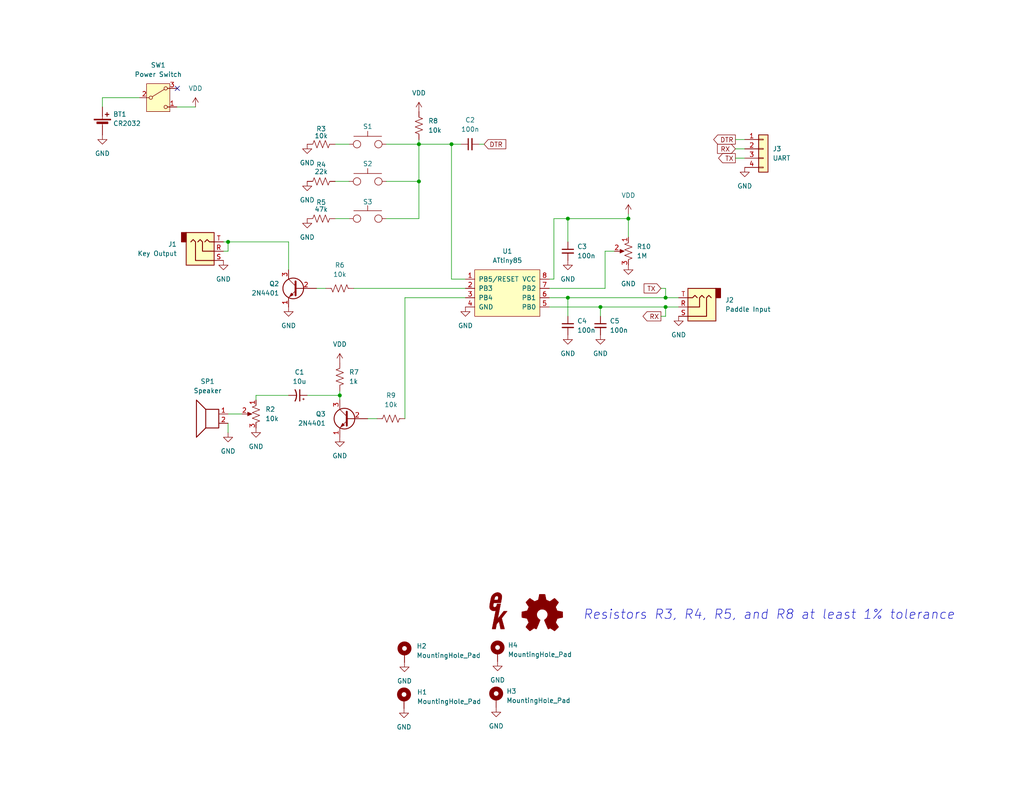
<source format=kicad_sch>
(kicad_sch (version 20231120) (generator "eeschema") (generator_version "8.0")
  (paper "USLetter")
  (title_block (title "EtherKeyer Mini") (date "2024-05-28") (rev "B") (company "Etherkit LLC"))
  (lib_symbols
    (symbol "Connector_Audio:AudioJack3"
      (property "Reference" "J" (at 0 8.89 0))
      (property "Value" "AudioJack3" (at 0 6.35 0))
      (symbol "AudioJack3_0_1"
        (rectangle (start -5.08 -5.08) (end -6.35 -2.54) (stroke (width 0.254)) (fill (type outline)))
        (polyline (pts (xy 0 -2.54) (xy 0.635 -3.175) (xy 1.27 -2.54) (xy 2.54 -2.54)) (stroke (width 0.254)))
        (polyline (pts (xy -1.905 -2.54) (xy -1.27 -3.175) (xy -0.635 -2.54) (xy -0.635 0) (xy 2.54 0)) (stroke (width 0.254)))
        (polyline (pts (xy 2.54 2.54) (xy -2.54 2.54) (xy -2.54 -2.54) (xy -3.175 -3.175) (xy -3.81 -2.54)) (stroke (width 0.254)))
        (rectangle (start 2.54 3.81) (end -5.08 -5.08) (stroke (width 0.254)) (fill (type background)))
      )
      (symbol "AudioJack3_1_1"
        (pin passive line (at 5.08 0 180) (length 2.54) (name "~") (number "R"))
        (pin passive line (at 5.08 2.54 180) (length 2.54) (name "~") (number "S"))
        (pin passive line (at 5.08 -2.54 180) (length 2.54) (name "~") (number "T"))
      )
    )
    (symbol "Connector_Generic:Conn_01x04" (pin_names (offset 1.016) hide)
      (property "Reference" "J" (at 0 5.08 0))
      (property "Value" "Conn_01x04" (at 0 -7.62 0))
      (symbol "Conn_01x04_1_1"
        (rectangle (start -1.27 -4.953) (end 0 -5.207) (stroke (width 0.1524)))
        (rectangle (start -1.27 -2.413) (end 0 -2.667) (stroke (width 0.1524)))
        (rectangle (start -1.27 0.127) (end 0 -0.127) (stroke (width 0.1524)))
        (rectangle (start -1.27 2.667) (end 0 2.413) (stroke (width 0.1524)))
        (rectangle (start -1.27 3.81) (end 1.27 -6.35) (stroke (width 0.254)) (fill (type background)))
        (pin passive line (at -5.08 2.54 0) (length 3.81) (name "Pin_1") (number "1"))
        (pin passive line (at -5.08 0 0) (length 3.81) (name "Pin_2") (number "2"))
        (pin passive line (at -5.08 -2.54 0) (length 3.81) (name "Pin_3") (number "3"))
        (pin passive line (at -5.08 -5.08 0) (length 3.81) (name "Pin_4") (number "4"))
      )
    )
    (symbol "Device:Battery_Cell" (pin_numbers hide) (pin_names (offset 0) hide)
      (property "Reference" "BT" (at 2.54 2.54 0))
      (property "Value" "Battery_Cell" (at 2.54 0 0))
      (symbol "Battery_Cell_0_1"
        (rectangle (start -2.286 1.778) (end 2.286 1.524) (fill (type outline)))
        (rectangle (start -1.524 1.016) (end 1.524 0.508) (fill (type outline)))
        (polyline (pts (xy 0 0.762) (xy 0 0)))
        (polyline (pts (xy 0 1.778) (xy 0 2.54)))
        (polyline (pts (xy 0.762 3.048) (xy 1.778 3.048)) (stroke (width 0.254)))
        (polyline (pts (xy 1.27 3.556) (xy 1.27 2.54)) (stroke (width 0.254)))
      )
      (symbol "Battery_Cell_1_1"
        (pin passive line (at 0 5.08 270) (length 2.54) (name "+") (number "1"))
        (pin passive line (at 0 -2.54 90) (length 2.54) (name "-") (number "2"))
      )
    )
    (symbol "Device:C_Polarized_Small_US" (pin_numbers hide) (pin_names (offset 0.254) hide)
      (property "Reference" "C" (at 0.254 1.778 0))
      (property "Value" "C_Polarized_Small_US" (at 0.254 -2.032 0))
      (symbol "C_Polarized_Small_US_0_1"
        (polyline (pts (xy -1.524 0.508) (xy 1.524 0.508)) (stroke (width 0.3048)))
        (polyline (pts (xy -1.27 1.524) (xy -0.762 1.524)))
        (polyline (pts (xy -1.016 1.27) (xy -1.016 1.778)))
        (arc (start 1.524 -0.762) (mid 0 -0.3734) (end -1.524 -0.762) (stroke (width 0.3048)))
      )
      (symbol "C_Polarized_Small_US_1_1"
        (pin passive line (at 0 2.54 270) (length 2.032) (name "~") (number "1"))
        (pin passive line (at 0 -2.54 90) (length 2.032) (name "~") (number "2"))
      )
    )
    (symbol "Device:C_Small" (pin_numbers hide) (pin_names (offset 0.254) hide)
      (property "Reference" "C" (at 0.254 1.778 0))
      (property "Value" "C_Small" (at 0.254 -2.032 0))
      (symbol "C_Small_0_1"
        (polyline (pts (xy -1.524 -0.508) (xy 1.524 -0.508)) (stroke (width 0.3302)))
        (polyline (pts (xy -1.524 0.508) (xy 1.524 0.508)) (stroke (width 0.3048)))
      )
      (symbol "C_Small_1_1"
        (pin passive line (at 0 2.54 270) (length 2.032) (name "~") (number "1"))
        (pin passive line (at 0 -2.54 90) (length 2.032) (name "~") (number "2"))
      )
    )
    (symbol "Device:Q_NPN_EBC" (pin_names (offset 0) hide)
      (property "Reference" "Q" (at 5.08 1.27 0))
      (property "Value" "Q_NPN_EBC" (at 5.08 -1.27 0))
      (symbol "Q_NPN_EBC_0_1"
        (polyline (pts (xy 0.635 0.635) (xy 2.54 2.54)))
        (polyline (pts (xy 0.635 -0.635) (xy 2.54 -2.54) (xy 2.54 -2.54)))
        (polyline (pts (xy 0.635 1.905) (xy 0.635 -1.905) (xy 0.635 -1.905)) (stroke (width 0.508)))
        (polyline (pts (xy 1.27 -1.778) (xy 1.778 -1.27) (xy 2.286 -2.286) (xy 1.27 -1.778) (xy 1.27 -1.778)) (fill (type outline)))
        (circle (center 1.27 0) (radius 2.8194) (stroke (width 0.254)))
      )
      (symbol "Q_NPN_EBC_1_1"
        (pin passive line (at 2.54 -5.08 90) (length 2.54) (name "E") (number "1"))
        (pin passive line (at -5.08 0 0) (length 5.715) (name "B") (number "2"))
        (pin passive line (at 2.54 5.08 270) (length 2.54) (name "C") (number "3"))
      )
    )
    (symbol "Device:R_Potentiometer_US" (pin_names (offset 1.016) hide)
      (property "Reference" "RV" (at -4.445 0 90))
      (property "Value" "R_Potentiometer_US" (at -2.54 0 90))
      (symbol "R_Potentiometer_US_0_1"
        (polyline (pts (xy 0 -2.286) (xy 0 -2.54)))
        (polyline (pts (xy 0 2.54) (xy 0 2.286)))
        (polyline (pts (xy 2.54 0) (xy 1.524 0)))
        (polyline (pts (xy 1.143 0) (xy 2.286 0.508) (xy 2.286 -0.508) (xy 1.143 0)) (fill (type outline)))
        (polyline (pts (xy 0 -0.762) (xy 1.016 -1.143) (xy 0 -1.524) (xy -1.016 -1.905) (xy 0 -2.286)))
        (polyline (pts (xy 0 0.762) (xy 1.016 0.381) (xy 0 0) (xy -1.016 -0.381) (xy 0 -0.762)))
        (polyline (pts (xy 0 2.286) (xy 1.016 1.905) (xy 0 1.524) (xy -1.016 1.143) (xy 0 0.762)))
      )
      (symbol "R_Potentiometer_US_1_1"
        (pin passive line (at 0 3.81 270) (length 1.27) (name "1") (number "1"))
        (pin passive line (at 3.81 0 180) (length 1.27) (name "2") (number "2"))
        (pin passive line (at 0 -3.81 90) (length 1.27) (name "3") (number "3"))
      )
    )
    (symbol "Device:R_US" (pin_numbers hide) (pin_names (offset 0))
      (property "Reference" "R" (at 2.54 0 90))
      (property "Value" "R_US" (at -2.54 0 90))
      (symbol "R_US_0_1"
        (polyline (pts (xy 0 -2.286) (xy 0 -2.54)))
        (polyline (pts (xy 0 2.286) (xy 0 2.54)))
        (polyline (pts (xy 0 -0.762) (xy 1.016 -1.143) (xy 0 -1.524) (xy -1.016 -1.905) (xy 0 -2.286)))
        (polyline (pts (xy 0 0.762) (xy 1.016 0.381) (xy 0 0) (xy -1.016 -0.381) (xy 0 -0.762)))
        (polyline (pts (xy 0 2.286) (xy 1.016 1.905) (xy 0 1.524) (xy -1.016 1.143) (xy 0 0.762)))
      )
      (symbol "R_US_1_1"
        (pin passive line (at 0 3.81 270) (length 1.27) (name "~") (number "1"))
        (pin passive line (at 0 -3.81 90) (length 1.27) (name "~") (number "2"))
      )
    )
    (symbol "Device:Speaker" (pin_names (offset 0) hide)
      (property "Reference" "LS" (at 1.27 5.715 0))
      (property "Value" "Speaker" (at 1.27 3.81 0))
      (symbol "Speaker_0_0"
        (rectangle (start -2.54 1.27) (end 1.016 -3.81) (stroke (width 0.254)))
        (polyline (pts (xy 1.016 1.27) (xy 3.556 3.81) (xy 3.556 -6.35) (xy 1.016 -3.81)) (stroke (width 0.254)))
      )
      (symbol "Speaker_1_1"
        (pin input line (at -5.08 0 0) (length 2.54) (name "1") (number "1"))
        (pin input line (at -5.08 -2.54 0) (length 2.54) (name "2") (number "2"))
      )
    )
    (symbol "EtherkitKicadLibrary:ATtiny85" (pin_names (offset 1.016))
      (property "Reference" "U1" (at 0 11.43 0))
      (property "Value" "ATtiny85" (at 0 8.89 0))
      (symbol "ATtiny85_1_0"
        (rectangle (start -8.89 6.35) (end 8.89 -6.35) (fill (type background)))
      )
      (symbol "ATtiny85_1_1"
        (pin bidirectional line (at -11.43 3.81 0) (length 2.54) (name "PB5/RESET") (number "1"))
        (pin bidirectional line (at -11.43 1.27 0) (length 2.54) (name "PB3") (number "2"))
        (pin bidirectional line (at -11.43 -1.27 0) (length 2.54) (name "PB4") (number "3"))
        (pin power_in line (at -11.43 -3.81 0) (length 2.54) (name "GND") (number "4"))
        (pin bidirectional line (at 11.43 -3.81 180) (length 2.54) (name "PB0") (number "5"))
        (pin bidirectional line (at 11.43 -1.27 180) (length 2.54) (name "PB1") (number "6"))
        (pin bidirectional line (at 11.43 1.27 180) (length 2.54) (name "PB2") (number "7"))
        (pin power_in line (at 11.43 3.81 180) (length 2.54) (name "VCC") (number "8"))
      )
    )
    (symbol "EtherkitKicadLibrary:LOGO" (pin_names (offset 1.016))
      (symbol "LOGO_0_0"
        (polyline (pts (xy -0.7475 -4.875) (xy -0.7392 -4.83) (xy -0.7178 -4.7189) (xy -0.6879 -4.5659) (xy -0.6523 -4.3851) (xy -0.6135 -4.1903) (xy -0.5018 -3.6307) (xy -0.197 -3.2903) (xy -0.1646 -3.2542) (xy -0.0551 -3.1338) (xy 0.0366 -3.0352) (xy 0.1017 -2.9677) (xy 0.1315 -2.9408) (xy 0.1365 -2.9489) (xy 0.155 -3.0102) (xy 0.1838 -3.125) (xy 0.2211 -3.2856) (xy 0.2651 -3.4844) (xy 0.3142 -3.7137) (xy 0.3664 -3.9658) (xy 0.5778 -5) (xy 1.1222 -5) (xy 1.2378 -4.9996) (xy 1.4316 -4.9961) (xy 1.5649 -4.989) (xy 1.6419 -4.9777) (xy 1.6666 -4.9622) (xy 1.663 -4.9437) (xy 1.6438 -4.8666) (xy 1.6098 -4.7364) (xy 1.5628 -4.5598) (xy 1.5046 -4.3435) (xy 1.437 -4.0944) (xy 1.3618 -3.8192) (xy 1.2809 -3.5246) (xy 1.2287 -3.3348) (xy 1.1509 -3.0506) (xy 1.0799 -2.7894) (xy 1.0175 -2.5581) (xy 0.9656 -2.3637) (xy 0.926 -2.2129) (xy 0.9005 -2.1127) (xy 0.891 -2.0698) (xy 0.9054 -2.0396) (xy 0.9573 -1.9618) (xy 1.0423 -1.844) (xy 1.1559 -1.6925) (xy 1.2932 -1.5137) (xy 1.4495 -1.3137) (xy 1.6201 -1.099) (xy 1.7685 -0.9135) (xy 1.9293 -0.7119) (xy 2.0731 -0.5312) (xy 2.1948 -0.3776) (xy 2.2896 -0.2573) (xy 2.3525 -0.1766) (xy 2.3786 -0.1416) (xy 2.3787 -0.1415) (xy 2.3748 -0.1247) (xy 2.3346 -0.1129) (xy 2.2506 -0.1052) (xy 2.1151 -0.1012) (xy 1.9205 -0.1) (xy 1.4372 -0.1) (xy 0.6284 -1.132) (xy 0.5759 -1.1989) (xy 0.4011 -1.4209) (xy 0.2406 -1.6235) (xy 0.0987 -1.8012) (xy -0.02 -1.9484) (xy -0.1111 -2.0596) (xy -0.1701 -2.1292) (xy -0.1926 -2.1518) (xy -0.1923 -2.147) (xy -0.1832 -2.0918) (xy -0.1629 -1.9807) (xy -0.1327 -1.8203) (xy -0.0939 -1.6176) (xy -0.048 -1.3794) (xy 0.0038 -1.1127) (xy 0.0601 -0.8241) (xy 0.1194 -0.5207) (xy 0.1806 -0.2092) (xy 0.2422 0.1034) (xy 0.303 0.4104) (xy 0.3614 0.7049) (xy 0.4163 0.98) (xy 0.4662 1.2289) (xy 0.5098 1.4447) (xy 0.5457 1.6206) (xy 0.5727 1.7496) (xy 0.5893 1.825) (xy 0.6072 1.9) (xy 0.1073 1.9) (xy -0.3925 1.9) (xy -0.4342 1.675) (xy -0.499 1.4316) (xy -0.6002 1.2291) (xy -0.7342 1.0838) (xy -0.9006 0.9961) (xy -1.0987 0.9667) (xy -1.1609 0.974) (xy -1.2874 1.0299) (xy -1.3917 1.1269) (xy -1.4526 1.2482) (xy -1.4564 1.2857) (xy -1.4504 1.3934) (xy -1.4298 1.5453) (xy -1.3961 1.7283) (xy -1.3167 2.1167) (xy -0.3327 2.1255) (xy 0.6514 2.1344) (xy 0.7958 2.8849) (xy 0.8025 2.9198) (xy 0.8589 3.2262) (xy 0.8991 3.4782) (xy 0.9233 3.6852) (xy 0.9317 3.8567) (xy 0.9241 4.0019) (xy 0.9007 4.1304) (xy 0.8616 4.2514) (xy 0.8069 4.3744) (xy 0.7638 4.4545) (xy 0.6047 4.6644) (xy 0.4032 4.823) (xy 0.1589 4.9308) (xy -0.1287 4.9878) (xy -0.1579 4.9905) (xy -0.4377 4.9806) (xy -0.7232 4.9128) (xy -1.0046 4.7932) (xy -1.272 4.6277) (xy -1.5155 4.4223) (xy -1.7252 4.183) (xy -1.8913 3.9159) (xy -1.9165 3.8634) (xy -1.9482 3.787) (xy -1.9792 3.6966) (xy -2.0114 3.5851) (xy -2.0466 3.4449) (xy -2.0866 3.2687) (xy -2.1333 3.049) (xy -2.1498 2.968) (xy -1.1571 2.968) (xy -1.1549 2.9908) (xy -1.1525 2.9998) (xy -1.1352 3.0719) (xy -1.1099 3.1842) (xy -1.0812 3.3167) (xy -1.0754 3.3437) (xy -1.0195 3.5554) (xy -0.9547 3.7135) (xy -0.875 3.8295) (xy -0.7744 3.9152) (xy -0.6845 3.9662) (xy -0.5192 4.019) (xy -0.3652 4.0182) (xy -0.2331 3.9646) (xy -0.1335 3.8592) (xy -0.1289 3.8513) (xy -0.0862 3.7421) (xy -0.0719 3.6042) (xy -0.086 3.427) (xy -0.1282 3.2) (xy -0.1834 2.95) (xy -0.6776 2.9408) (xy -0.721 2.94) (xy -0.8996 2.9375) (xy -1.023 2.938) (xy -1.1007 2.9426) (xy -1.1422 2.9523) (xy -1.1571 2.968) (xy -2.1498 2.968) (xy -2.1885 2.7786) (xy -2.254 2.45) (xy -2.2784 2.3256) (xy -2.3436 1.9784) (xy -2.393 1.6859) (xy -2.4271 1.4409) (xy -2.4464 1.2359) (xy -2.4514 1.0636) (xy -2.4429 0.9165) (xy -2.4212 0.7874) (xy -2.3869 0.6687) (xy -2.3194 0.5275) (xy -2.1842 0.3503) (xy -2.0088 0.1938) (xy -1.8079 0.073) (xy -1.7593 0.0508) (xy -1.6803 0.0201) (xy -1.6007 0.0004) (xy -1.504 -0.0106) (xy -1.3737 -0.0155) (xy -1.1932 -0.0166) (xy -1.0296 -0.017) (xy -0.908 -0.0195) (xy -0.8331 -0.0256) (xy -0.7946 -0.0372) (xy -0.7822 -0.0558) (xy -0.7855 -0.0833) (xy -0.7943 -0.1252) (xy -0.8147 -0.2255) (xy -0.8455 -0.3779) (xy -0.8854 -0.5764) (xy -0.9333 -0.8146) (xy -0.9878 -1.0864) (xy -1.0478 -1.3857) (xy -1.112 -1.7062) (xy -1.1792 -2.0418) (xy -1.2481 -2.3862) (xy -1.3175 -2.7333) (xy -1.3861 -3.0769) (xy -1.4528 -3.4108) (xy -1.5163 -3.7289) (xy -1.5753 -4.0248) (xy -1.6286 -4.2926) (xy -1.675 -4.5259) (xy -1.7133 -4.7185) (xy -1.7422 -4.8644) (xy -1.7604 -4.9573) (xy -1.7667 -4.991) (xy -1.7588 -4.9926) (xy -1.6988 -4.9955) (xy -1.5893 -4.9978) (xy -1.442 -4.9994) (xy -1.2682 -5) (xy -0.7697 -5) (xy -0.7475 -4.875)) (stroke (width 0.01)) (fill (type outline)))
      )
    )
    (symbol "EtherkitKicadLibrary:PUSHBUTTON" (pin_numbers hide) (pin_names (offset 1.016) hide)
      (property "Reference" "S" (at 0 -2.921 0))
      (property "Value" "PUSHBUTTON" (at 0.127 -5.461 0))
      (symbol "PUSHBUTTON_0_1"
        (circle (center -2.921 0) (radius 1.016))
        (polyline (pts (xy -3.81 2.159) (xy 3.81 2.159)))
        (polyline (pts (xy 0 2.159) (xy 0 3.556)))
        (circle (center 2.921 0) (radius 1.016))
      )
      (symbol "PUSHBUTTON_1_1"
        (pin passive line (at -5.08 0 0) (length 1.143) (name "1") (number "1"))
        (pin passive line (at 5.08 0 180) (length 1.143) (name "2") (number "2"))
      )
    )
    (symbol "Graphic:Logo_Open_Hardware_Small" (in_bom no) (on_board no)
      (symbol "Logo_Open_Hardware_Small_0_1"
        (polyline (pts (xy 3.3528 -4.3434) (xy 3.302 -4.318) (xy 3.175 -4.2418) (xy 2.9972 -4.1148) (xy 2.7686 -3.9624) (xy 2.54 -3.81) (xy 2.3622 -3.7084) (xy 2.2352 -3.6068) (xy 2.1844 -3.5814) (xy 2.159 -3.6068) (xy 2.0574 -3.6576) (xy 1.905 -3.7338) (xy 1.8034 -3.7846) (xy 1.6764 -3.8354) (xy 1.6002 -3.8354) (xy 1.6002 -3.8354) (xy 1.5494 -3.7338) (xy 1.4732 -3.5306) (xy 1.3462 -3.302) (xy 1.2446 -3.0226) (xy 1.1176 -2.7178) (xy 0.9652 -2.413) (xy 0.8636 -2.1082) (xy 0.7366 -1.8288) (xy 0.6604 -1.6256) (xy 0.6096 -1.4732) (xy 0.5842 -1.397) (xy 0.5842 -1.397) (xy 0.6604 -1.3208) (xy 0.7874 -1.2446) (xy 1.0414 -1.016) (xy 1.2954 -0.6858) (xy 1.4478 -0.3302) (xy 1.524 0.0762) (xy 1.4732 0.4572) (xy 1.3208 0.8128) (xy 1.0668 1.143) (xy 0.762 1.3716) (xy 0.4064 1.524) (xy 0 1.5748) (xy -0.381 1.5494) (xy -0.7366 1.397) (xy -1.0668 1.143) (xy -1.2192 0.9906) (xy -1.397 0.6604) (xy -1.524 0.3048) (xy -1.524 0.2286) (xy -1.4986 -0.1778) (xy -1.397 -0.5334) (xy -1.1938 -0.8636) (xy -0.9144 -1.143) (xy -0.8636 -1.1684) (xy -0.7366 -1.27) (xy -0.635 -1.3462) (xy -0.5842 -1.397) (xy -1.0668 -2.5908) (xy -1.143 -2.794) (xy -1.2954 -3.1242) (xy -1.397 -3.4036) (xy -1.4986 -3.6322) (xy -1.5748 -3.7846) (xy -1.6002 -3.8354) (xy -1.6002 -3.8354) (xy -1.651 -3.8354) (xy -1.7272 -3.81) (xy -1.905 -3.7338) (xy -2.0066 -3.683) (xy -2.1336 -3.6068) (xy -2.2098 -3.5814) (xy -2.2606 -3.6068) (xy -2.3622 -3.683) (xy -2.54 -3.81) (xy -2.7686 -3.9624) (xy -2.9718 -4.0894) (xy -3.1496 -4.2164) (xy -3.302 -4.318) (xy -3.3528 -4.3434) (xy -3.3782 -4.3434) (xy -3.429 -4.318) (xy -3.5306 -4.2164) (xy -3.7084 -4.064) (xy -3.937 -3.8354) (xy -3.9624 -3.81) (xy -4.1656 -3.6068) (xy -4.318 -3.4544) (xy -4.4196 -3.3274) (xy -4.445 -3.2766) (xy -4.445 -3.2766) (xy -4.4196 -3.2258) (xy -4.318 -3.0734) (xy -4.2164 -2.8956) (xy -4.064 -2.667) (xy -3.6576 -2.0828) (xy -3.8862 -1.5494) (xy -3.937 -1.3716) (xy -4.0386 -1.1684) (xy -4.0894 -1.0414) (xy -4.1148 -0.9652) (xy -4.191 -0.9398) (xy -4.318 -0.9144) (xy -4.5466 -0.8636) (xy -4.8006 -0.8128) (xy -5.0546 -0.7874) (xy -5.2578 -0.7366) (xy -5.4356 -0.7112) (xy -5.5118 -0.6858) (xy -5.5118 -0.6858) (xy -5.5372 -0.635) (xy -5.5372 -0.5588) (xy -5.5372 -0.4318) (xy -5.5626 -0.2286) (xy -5.5626 0.0762) (xy -5.5626 0.127) (xy -5.5372 0.4064) (xy -5.5372 0.635) (xy -5.5372 0.762) (xy -5.5372 0.8382) (xy -5.5372 0.8382) (xy -5.461 0.8382) (xy -5.3086 0.889) (xy -5.08 0.9144) (xy -4.826 0.9652) (xy -4.8006 0.9906) (xy -4.5466 1.0414) (xy -4.318 1.0668) (xy -4.1656 1.1176) (xy -4.0894 1.143) (xy -4.0894 1.143) (xy -4.0386 1.2446) (xy -3.9624 1.4224) (xy -3.8608 1.6256) (xy -3.7846 1.8288) (xy -3.7084 2.0066) (xy -3.6576 2.159) (xy -3.6322 2.2098) (xy -3.6322 2.2098) (xy -3.683 2.286) (xy -3.7592 2.413) (xy -3.8862 2.5908) (xy -4.064 2.8194) (xy -4.064 2.8448) (xy -4.2164 3.0734) (xy -4.3434 3.2512) (xy -4.4196 3.3782) (xy -4.445 3.4544) (xy -4.445 3.4544) (xy -4.3942 3.5052) (xy -4.2926 3.6322) (xy -4.1148 3.81) (xy -3.937 4.0132) (xy -3.8608 4.064) (xy -3.6576 4.2926) (xy -3.5052 4.4196) (xy -3.4036 4.4958) (xy -3.3528 4.5212) (xy -3.3528 4.5212) (xy -3.302 4.4704) (xy -3.1496 4.3688) (xy -2.9718 4.2418) (xy -2.7432 4.0894) (xy -2.7178 4.0894) (xy -2.4892 3.937) (xy -2.3114 3.81) (xy -2.1844 3.7084) (xy -2.1336 3.683) (xy -2.1082 3.683) (xy -2.032 3.7084) (xy -1.8542 3.7592) (xy -1.6764 3.8354) (xy -1.4732 3.937) (xy -1.27 4.0132) (xy -1.143 4.064) (xy -1.0668 4.1148) (xy -1.0668 4.1148) (xy -1.0414 4.191) (xy -1.016 4.3434) (xy -0.9652 4.572) (xy -0.9144 4.8514) (xy -0.889 4.9022) (xy -0.8382 5.1562) (xy -0.8128 5.3848) (xy -0.7874 5.5372) (xy -0.762 5.588) (xy -0.7112 5.6134) (xy -0.5842 5.6134) (xy -0.4064 5.6134) (xy -0.1524 5.6134) (xy 0.0762 5.6134) (xy 0.3302 5.6134) (xy 0.5334 5.6134) (xy 0.6858 5.588) (xy 0.7366 5.588) (xy 0.7366 5.588) (xy 0.762 5.5118) (xy 0.8128 5.334) (xy 0.8382 5.1054) (xy 0.9144 4.826) (xy 0.9144 4.7752) (xy 0.9652 4.5212) (xy 1.016 4.2926) (xy 1.0414 4.1402) (xy 1.0668 4.0894) (xy 1.0668 4.0894) (xy 1.1938 4.0386) (xy 1.3716 3.9624) (xy 1.5748 3.8608) (xy 2.0828 3.6576) (xy 2.7178 4.0894) (xy 2.7686 4.1402) (xy 2.9972 4.2926) (xy 3.175 4.4196) (xy 3.302 4.4958) (xy 3.3782 4.5212) (xy 3.3782 4.5212) (xy 3.429 4.4704) (xy 3.556 4.3434) (xy 3.7338 4.191) (xy 3.9116 3.9878) (xy 4.064 3.8354) (xy 4.2418 3.6576) (xy 4.3434 3.556) (xy 4.4196 3.4798) (xy 4.4196 3.429) (xy 4.4196 3.4036) (xy 4.3942 3.3274) (xy 4.2926 3.2004) (xy 4.1656 2.9972) (xy 4.0132 2.794) (xy 3.8862 2.5908) (xy 3.7592 2.3876) (xy 3.6576 2.2352) (xy 3.6322 2.159) (xy 3.6322 2.1336) (xy 3.683 2.0066) (xy 3.7592 1.8288) (xy 3.8608 1.6002) (xy 4.064 1.1176) (xy 4.3942 1.0414) (xy 4.5974 1.016) (xy 4.8768 0.9652) (xy 5.1308 0.9144) (xy 5.5372 0.8382) (xy 5.5626 -0.6604) (xy 5.4864 -0.6858) (xy 5.4356 -0.6858) (xy 5.2832 -0.7366) (xy 5.0546 -0.762) (xy 4.8006 -0.8128) (xy 4.5974 -0.8636) (xy 4.3688 -0.9144) (xy 4.2164 -0.9398) (xy 4.1402 -0.9398) (xy 4.1148 -0.9652) (xy 4.064 -1.0668) (xy 3.9878 -1.2446) (xy 3.9116 -1.4478) (xy 3.81 -1.651) (xy 3.7338 -1.8542) (xy 3.683 -2.0066) (xy 3.6576 -2.0828) (xy 3.683 -2.1336) (xy 3.7846 -2.2606) (xy 3.8862 -2.4638) (xy 4.0386 -2.667) (xy 4.191 -2.8956) (xy 4.318 -3.0734) (xy 4.3942 -3.2004) (xy 4.445 -3.2766) (xy 4.4196 -3.3274) (xy 4.3434 -3.429) (xy 4.1656 -3.5814) (xy 3.937 -3.8354) (xy 3.8862 -3.8608) (xy 3.683 -4.064) (xy 3.5306 -4.2164) (xy 3.4036 -4.318) (xy 3.3528 -4.3434)) (fill (type outline)))
      )
    )
    (symbol "Mechanical:MountingHole_Pad" (pin_numbers hide) (pin_names (offset 1.016) hide)
      (property "Reference" "H" (at 0 6.35 0))
      (property "Value" "MountingHole_Pad" (at 0 4.445 0))
      (symbol "MountingHole_Pad_0_1"
        (circle (center 0 1.27) (radius 1.27) (stroke (width 1.27)))
      )
      (symbol "MountingHole_Pad_1_1"
        (pin input line (at 0 -2.54 90) (length 2.54) (name "1") (number "1"))
      )
    )
    (symbol "Switch:SW_SPDT_321" (pin_names (offset 1) hide)
      (property "Reference" "SW" (at 0 5.08 0))
      (property "Value" "SW_SPDT_321" (at 0 -5.08 0))
      (symbol "SW_SPDT_321_0_1"
        (circle (center -2.032 0) (radius 0.4572))
        (polyline (pts (xy -1.651 0.254) (xy 1.651 2.286)))
        (circle (center 2.032 -2.54) (radius 0.4572))
        (circle (center 2.032 2.54) (radius 0.4572))
      )
      (symbol "SW_SPDT_321_1_1"
        (rectangle (start -3.175 3.81) (end 3.175 -3.81) (fill (type background)))
        (pin passive line (at 5.08 -2.54 180) (length 2.54) (name "C") (number "1"))
        (pin passive line (at -5.08 0 0) (length 2.54) (name "B") (number "2"))
        (pin passive line (at 5.08 2.54 180) (length 2.54) (name "A") (number "3"))
      )
    )
    (symbol "power:GND" (power) (pin_names (offset 0))
      (property "Value" "GND" (at 0 -3.81 0))
      (symbol "GND_0_1"
        (polyline (pts (xy 0 0) (xy 0 -1.27) (xy 1.27 -1.27) (xy 0 -2.54) (xy -1.27 -1.27) (xy 0 -1.27)))
      )
      (symbol "GND_1_1"
        (pin power_in line (at 0 0 270) (length 0) hide (name "GND") (number "1"))
      )
    )
    (symbol "power:VDD" (power) (pin_names (offset 0))
      (property "Value" "VDD" (at 0 3.81 0))
      (symbol "VDD_0_1"
        (polyline (pts (xy -0.762 1.27) (xy 0 2.54)))
        (polyline (pts (xy 0 0) (xy 0 2.54)))
        (polyline (pts (xy 0 2.54) (xy 0.762 1.27)))
      )
      (symbol "VDD_1_1"
        (pin power_in line (at 0 0 90) (length 0) hide (name "VDD") (number "1"))
      )
    )
  )
  (junction (at 92.71 107.95))
  (junction (at 123.19 39.37))
  (junction (at 114.3 39.37))
  (junction (at 154.94 59.69))
  (junction (at 163.83 83.82))
  (junction (at 62.23 66.04))
  (junction (at 181.61 83.82))
  (junction (at 171.45 59.69))
  (junction (at 181.61 81.28))
  (junction (at 114.3 49.53))
  (junction (at 154.94 81.28))
  (no_connect (at 48.387 24.13))
  (wire (pts (xy 181.61 86.36) (xy 181.61 83.82)))
  (wire (pts (xy 171.45 59.69) (xy 171.45 64.77)))
  (wire (pts (xy 114.3 49.53) (xy 114.3 59.69)))
  (wire (pts (xy 91.44 59.69) (xy 95.25 59.69)))
  (wire (pts (xy 92.71 107.95) (xy 83.82 107.95)))
  (wire (pts (xy 181.61 83.82) (xy 185.166 83.82)))
  (wire (pts (xy 200.66 40.64) (xy 203.2 40.64)))
  (wire (pts (xy 38.1 26.67) (xy 27.94 26.67)))
  (wire (pts (xy 78.74 66.04) (xy 78.74 73.66)))
  (wire (pts (xy 91.44 39.37) (xy 95.25 39.37)))
  (wire (pts (xy 123.19 76.2) (xy 123.19 39.37)))
  (wire (pts (xy 60.96 68.58) (xy 62.23 68.58)))
  (wire (pts (xy 163.83 83.82) (xy 181.61 83.82)))
  (wire (pts (xy 163.83 83.82) (xy 163.83 86.36)))
  (wire (pts (xy 105.41 49.53) (xy 114.3 49.53)))
  (wire (pts (xy 151.13 76.2) (xy 151.13 59.69)))
  (wire (pts (xy 151.13 59.69) (xy 154.94 59.69)))
  (wire (pts (xy 96.52 78.74) (xy 127 78.74)))
  (wire (pts (xy 114.3 38.1) (xy 114.3 39.37)))
  (wire (pts (xy 171.45 58.42) (xy 171.45 59.69)))
  (wire (pts (xy 62.23 113.03) (xy 66.04 113.03)))
  (wire (pts (xy 180.34 86.36) (xy 181.61 86.36)))
  (wire (pts (xy 165.1 78.74) (xy 149.86 78.74)))
  (wire (pts (xy 149.86 76.2) (xy 151.13 76.2)))
  (wire (pts (xy 86.36 78.74) (xy 88.9 78.74)))
  (wire (pts (xy 91.44 49.53) (xy 95.25 49.53)))
  (wire (pts (xy 60.96 66.04) (xy 62.23 66.04)))
  (wire (pts (xy 200.66 43.18) (xy 203.2 43.18)))
  (wire (pts (xy 69.85 107.95) (xy 78.74 107.95)))
  (wire (pts (xy 110.49 81.28) (xy 127 81.28)))
  (wire (pts (xy 92.71 106.68) (xy 92.71 107.95)))
  (wire (pts (xy 154.94 59.69) (xy 154.94 66.04)))
  (wire (pts (xy 165.1 68.58) (xy 165.1 78.74)))
  (wire (pts (xy 167.64 68.58) (xy 165.1 68.58)))
  (wire (pts (xy 105.41 59.69) (xy 114.3 59.69)))
  (wire (pts (xy 154.94 59.69) (xy 171.45 59.69)))
  (wire (pts (xy 127 76.2) (xy 123.19 76.2)))
  (wire (pts (xy 149.86 83.82) (xy 163.83 83.82)))
  (wire (pts (xy 105.41 39.37) (xy 114.3 39.37)))
  (wire (pts (xy 154.94 81.28) (xy 154.94 86.36)))
  (wire (pts (xy 27.94 26.67) (xy 27.94 29.21)))
  (wire (pts (xy 100.33 114.3) (xy 102.87 114.3)))
  (wire (pts (xy 114.3 39.37) (xy 114.3 49.53)))
  (wire (pts (xy 92.71 107.95) (xy 92.71 109.22)))
  (wire (pts (xy 62.23 68.58) (xy 62.23 66.04)))
  (wire (pts (xy 180.34 78.74) (xy 181.61 78.74)))
  (wire (pts (xy 130.81 39.37) (xy 132.08 39.37)))
  (wire (pts (xy 48.26 29.21) (xy 53.34 29.21)))
  (wire (pts (xy 69.85 109.22) (xy 69.85 107.95)))
  (wire (pts (xy 181.61 78.74) (xy 181.61 81.28)))
  (wire (pts (xy 149.86 81.28) (xy 154.94 81.28)))
  (wire (pts (xy 123.19 39.37) (xy 125.73 39.37)))
  (wire (pts (xy 62.23 115.57) (xy 62.23 118.11)))
  (wire (pts (xy 110.49 114.3) (xy 110.49 81.28)))
  (wire (pts (xy 200.66 38.1) (xy 203.2 38.1)))
  (wire (pts (xy 154.94 81.28) (xy 181.61 81.28)))
  (wire (pts (xy 62.23 66.04) (xy 78.74 66.04)))
  (wire (pts (xy 181.61 81.28) (xy 185.166 81.28)))
  (wire (pts (xy 123.19 39.37) (xy 114.3 39.37)))
  (text "Resistors R3, R4, R5, and R8 at least 1% tolerance" (at 260.604 169.418 0) (effects (font (size 2.54 2.54) (italic yes)) (justify right bottom)))
  (global_label "TX" (shape output) (at 200.66 43.18 180) (property "Intersheetrefs" "${INTERSHEET_REFS}" (effects (hide yes))))
  (global_label "TX" (shape input) (at 180.34 78.74 180) (property "Intersheetrefs" "${INTERSHEET_REFS}" (effects (hide yes))))
  (global_label "RX" (shape output) (at 180.34 86.36 180) (property "Intersheetrefs" "${INTERSHEET_REFS}" (effects (hide yes))))
  (global_label "DTR" (shape input) (at 132.08 39.37 0) (property "Intersheetrefs" "${INTERSHEET_REFS}" (effects (hide yes))))
  (global_label "DTR" (shape output) (at 200.66 38.1 180) (property "Intersheetrefs" "${INTERSHEET_REFS}" (effects (hide yes))))
  (global_label "RX" (shape input) (at 200.66 40.64 180) (property "Intersheetrefs" "${INTERSHEET_REFS}" (effects (hide yes))))
  (symbol (lib_id "power:GND") (at 78.74 83.82 0) (mirror y) (unit 1)
    (property "Reference" "#PWR06" (effects (hide yes)))
    (property "Value" "GND" (at 78.74 88.9 0))
  )
  (symbol (lib_id "Device:Speaker") (at 57.15 113.03 0) (mirror y) (unit 1)
    (property "Reference" "SP1" (at 56.642 104.14 0))
    (property "Value" "Speaker" (at 56.642 106.68 0))
    (property "Footprint" "EtherkitKicadLibrary:PUI_AT-1224-TWT-12V-2-R" (effects (hide yes)))
  )
  (symbol (lib_id "power:GND") (at 83.82 49.53 0) (unit 1)
    (property "Reference" "#PWR09" (effects (hide yes)))
    (property "Value" "GND" (at 83.82 54.61 0))
  )
  (symbol (lib_id "power:GND") (at 60.96 71.12 0) (mirror y) (unit 1)
    (property "Reference" "#PWR03" (effects (hide yes)))
    (property "Value" "GND" (at 60.96 76.2 0))
  )
  (symbol (lib_id "power:GND") (at 154.94 91.44 0) (unit 1)
    (property "Reference" "#PWR025" (effects (hide yes)))
    (property "Value" "GND" (at 154.94 96.52 0))
  )
  (symbol (lib_id "Device:R_US") (at 114.3 34.29 0) (unit 1)
    (property "Reference" "R8" (at 116.84 33.02 0) (effects (justify left)))
    (property "Value" "10k" (at 116.84 35.56 0) (effects (justify left)))
    (property "Footprint" "Resistor_THT:R_Axial_DIN0207_L6.3mm_D2.5mm_P2.54mm_Vertical" (effects (hide yes)))
  )
  (symbol (lib_id "Device:R_US") (at 106.68 114.3 90) (unit 1)
    (property "Reference" "R9" (at 106.68 107.95 90))
    (property "Value" "10k" (at 106.68 110.49 90))
    (property "Footprint" "Resistor_THT:R_Axial_DIN0207_L6.3mm_D2.5mm_P2.54mm_Vertical" (effects (hide yes)))
  )
  (symbol (lib_id "Device:Q_NPN_EBC") (at 95.25 114.3 0) (mirror y) (unit 1)
    (property "Reference" "Q3" (at 88.9 113.03 0) (effects (justify left)))
    (property "Value" "2N4401" (at 88.9 115.57 0) (effects (justify left)))
    (property "Footprint" "Package_TO_SOT_THT:TO-92_Inline" (effects (hide yes)))
    (property "Description" "NPN transistor, emitter/base/collector" (effects (hide yes)))
  )
  (symbol (lib_id "Device:R_US") (at 87.63 49.53 90) (unit 1)
    (property "Reference" "R4" (at 87.63 44.958 90))
    (property "Value" "22k" (at 87.63 46.863 90))
    (property "Footprint" "Resistor_THT:R_Axial_DIN0207_L6.3mm_D2.5mm_P2.54mm_Vertical" (effects (hide yes)))
  )
  (symbol (lib_id "Connector_Audio:AudioJack3") (at 190.246 83.82 180) (unit 1)
    (property "Reference" "J2" (at 197.866 81.915 0) (effects (justify right)))
    (property "Value" "Paddle Input" (at 197.866 84.455 0) (effects (justify right)))
    (property "Footprint" "EtherkitKicadLibrary:Kycon_STX-3120-3B" (effects (hide yes)))
  )
  (symbol (lib_id "Device:C_Small") (at 154.94 68.58 0) (unit 1)
    (property "Reference" "C3" (at 157.48 67.3163 0) (effects (justify left)))
    (property "Value" "100n" (at 157.48 69.8563 0) (effects (justify left)))
    (property "Footprint" "Capacitor_THT:C_Rect_L7.0mm_W2.5mm_P5.00mm" (effects (hide yes)))
  )
  (symbol (lib_id "power:GND") (at 203.2 45.72 0) (unit 1)
    (property "Reference" "#PWR030" (effects (hide yes)))
    (property "Value" "GND" (at 203.2 50.8 0))
  )
  (symbol (lib_id "Mechanical:MountingHole_Pad") (at 110.236 190.881 0) (unit 1) (exclude_from_sim yes) (in_bom no)
    (property "Reference" "H1" (at 113.792 188.976 0) (effects (justify left)))
    (property "Value" "MountingHole_Pad" (at 113.792 191.516 0) (effects (justify left)))
    (property "Footprint" "MountingHole:MountingHole_3.2mm_M3_Pad_Via" (effects (hide yes)))
  )
  (symbol (lib_id "power:GND") (at 185.166 86.36 0) (unit 1)
    (property "Reference" "#PWR029" (effects (hide yes)))
    (property "Value" "GND" (at 185.166 91.44 0))
  )
  (symbol (lib_id "EtherkitKicadLibrary:PUSHBUTTON") (at 100.33 59.69 0) (unit 1)
    (property "Reference" "S3" (at 100.33 55.118 0))
    (property "Value" "PUSHBUTTON_TACTILE" (effects (hide yes)))
    (property "Footprint" "EtherkitKicadLibrary:C&K_PTS645VH832LFS" (effects (hide yes)))
  )
  (symbol (lib_id "power:GND") (at 154.94 71.12 0) (unit 1)
    (property "Reference" "#PWR024" (effects (hide yes)))
    (property "Value" "GND" (at 154.94 76.2 0))
  )
  (symbol (lib_id "power:GND") (at 92.71 119.38 0) (unit 1)
    (property "Reference" "#PWR016" (effects (hide yes)))
    (property "Value" "GND" (at 92.71 124.46 0))
  )
  (symbol (lib_id "power:GND") (at 135.763 180.594 0) (unit 1)
    (property "Reference" "#PWR023" (effects (hide yes)))
    (property "Value" "GND" (at 135.763 185.674 0))
  )
  (symbol (lib_id "power:GND") (at 135.382 193.167 0) (unit 1)
    (property "Reference" "#PWR022" (effects (hide yes)))
    (property "Value" "GND" (at 135.382 198.247 0))
  )
  (symbol (lib_id "Connector_Generic:Conn_01x04") (at 208.28 40.64 0) (unit 1)
    (property "Reference" "J3" (at 210.82 40.6399 0) (effects (justify left)))
    (property "Value" "UART" (at 210.82 43.1799 0) (effects (justify left)))
    (property "Footprint" "Connector_PinHeader_2.54mm:PinHeader_1x04_P2.54mm_Horizontal" (effects (hide yes)))
    (property "Description" "Generic connector, single row, 01x04, script generated (kicad-library-utils/schlib/autogen/connector/)" (effects (hide yes)))
  )
  (symbol (lib_id "Device:Battery_Cell") (at 27.94 34.29 0) (unit 1)
    (property "Reference" "BT1" (at 30.861 31.1785 0) (effects (justify left)))
    (property "Value" "CR2032" (at 30.861 33.7185 0) (effects (justify left)))
    (property "Footprint" "EtherkitKicadLibrary:Linx_BAT-HLD-001" (effects (hide yes)))
  )
  (symbol (lib_id "power:GND") (at 110.363 180.848 0) (unit 1)
    (property "Reference" "#PWR018" (effects (hide yes)))
    (property "Value" "GND" (at 110.363 185.928 0))
  )
  (symbol (lib_id "Switch:SW_SPDT_321") (at 43.18 26.67 0) (unit 1)
    (property "Reference" "SW1" (at 43.18 17.78 0))
    (property "Value" "Power Switch" (at 43.18 20.32 0))
    (property "Footprint" "EtherkitKicadLibrary:E-Switch_LC1258" (effects (hide yes)))
    (property "Description" "Switch, single pole double throw" (effects (hide yes)))
  )
  (symbol (lib_id "Mechanical:MountingHole_Pad") (at 135.382 190.627 0) (unit 1) (exclude_from_sim yes) (in_bom no)
    (property "Reference" "H3" (at 138.176 188.722 0) (effects (justify left)))
    (property "Value" "MountingHole_Pad" (at 138.176 191.262 0) (effects (justify left)))
    (property "Footprint" "MountingHole:MountingHole_3.2mm_M3_Pad_Via" (effects (hide yes)))
  )
  (symbol (lib_id "Device:C_Polarized_Small_US") (at 81.28 107.95 270) (mirror x) (unit 1)
    (property "Reference" "C1" (at 81.7118 101.6 90))
    (property "Value" "10u" (at 81.7118 104.14 90))
    (property "Footprint" "Capacitor_THT:CP_Radial_D5.0mm_P2.50mm" (effects (hide yes)))
    (property "Description" "Polarized capacitor, small US symbol" (effects (hide yes)))
  )
  (symbol (lib_id "EtherkitKicadLibrary:PUSHBUTTON") (at 100.33 39.37 0) (unit 1)
    (property "Reference" "S1" (at 100.33 34.544 0))
    (property "Value" "PUSHBUTTON_TACTILE" (effects (hide yes)))
    (property "Footprint" "EtherkitKicadLibrary:C&K_PTS645VH832LFS" (effects (hide yes)))
  )
  (symbol (lib_id "EtherkitKicadLibrary:ATtiny85") (at 138.43 80.01 0) (unit 1)
    (property "Reference" "U1" (at 138.43 68.58 0))
    (property "Value" "ATtiny85" (at 138.43 71.12 0))
    (property "Footprint" "Package_DIP:DIP-8_W7.62mm_LongPads" (effects (hide yes)))
  )
  (symbol (lib_id "Device:R_US") (at 87.63 39.37 90) (unit 1)
    (property "Reference" "R3" (at 87.63 35.179 90))
    (property "Value" "10k" (at 87.63 37.084 90))
    (property "Footprint" "Resistor_THT:R_Axial_DIN0207_L6.3mm_D2.5mm_P2.54mm_Vertical" (effects (hide yes)))
  )
  (symbol (lib_id "Device:R_US") (at 87.63 59.69 90) (unit 1)
    (property "Reference" "R5" (at 87.63 55.245 90))
    (property "Value" "47k" (at 87.63 57.15 90))
    (property "Footprint" "Resistor_THT:R_Axial_DIN0207_L6.3mm_D2.5mm_P2.54mm_Vertical" (effects (hide yes)))
  )
  (symbol (lib_id "power:GND") (at 83.82 39.37 0) (unit 1)
    (property "Reference" "#PWR08" (effects (hide yes)))
    (property "Value" "GND" (at 83.82 44.45 0))
  )
  (symbol (lib_id "Mechanical:MountingHole_Pad") (at 110.363 178.308 0) (unit 1) (exclude_from_sim yes) (in_bom no)
    (property "Reference" "H2" (at 113.665 176.403 0) (effects (justify left)))
    (property "Value" "MountingHole_Pad" (at 113.665 178.943 0) (effects (justify left)))
    (property "Footprint" "MountingHole:MountingHole_3.2mm_M3_Pad_Via" (effects (hide yes)))
  )
  (symbol (lib_id "power:VDD") (at 92.71 99.06 0) (mirror y) (unit 1)
    (property "Reference" "#PWR015" (effects (hide yes)))
    (property "Value" "VDD" (at 92.71 93.98 0))
  )
  (symbol (lib_id "Graphic:Logo_Open_Hardware_Small") (at 147.955 167.894 0) (unit 1) (exclude_from_sim yes) (in_bom no)
    (property "Reference" "SYM1" (effects (hide yes)))
    (property "Value" "Logo_Open_Hardware_Small" (effects (hide yes)))
    (property "Footprint" "EtherkitKicadLibrary:OSHWLogo4mm" (effects (hide yes)))
  )
  (symbol (lib_id "power:GND") (at 110.236 193.421 0) (unit 1)
    (property "Reference" "#PWR017" (effects (hide yes)))
    (property "Value" "GND" (at 110.236 198.501 0))
  )
  (symbol (lib_id "Device:R_Potentiometer_US") (at 69.85 113.03 0) (mirror y) (unit 1)
    (property "Reference" "R2" (at 72.39 111.76 0) (effects (justify right)))
    (property "Value" "10k" (at 72.39 114.3 0) (effects (justify right)))
    (property "Footprint" "EtherkitKicadLibrary:Piher_N6L50T0C-103" (effects (hide yes)))
  )
  (symbol (lib_id "power:VDD") (at 171.45 58.42 0) (unit 1)
    (property "Reference" "#PWR027" (effects (hide yes)))
    (property "Value" "VDD" (at 171.45 53.34 0))
  )
  (symbol (lib_id "Device:R_US") (at 92.71 78.74 90) (mirror x) (unit 1)
    (property "Reference" "R6" (at 92.71 72.39 90))
    (property "Value" "10k" (at 92.71 74.93 90))
    (property "Footprint" "Resistor_THT:R_Axial_DIN0207_L6.3mm_D2.5mm_P2.54mm_Vertical" (effects (hide yes)))
  )
  (symbol (lib_id "power:GND") (at 69.85 116.84 0) (unit 1)
    (property "Reference" "#PWR07" (effects (hide yes)))
    (property "Value" "GND" (at 69.85 121.92 0))
  )
  (symbol (lib_id "power:GND") (at 163.83 91.44 0) (unit 1)
    (property "Reference" "#PWR026" (effects (hide yes)))
    (property "Value" "GND" (at 163.83 96.52 0))
  )
  (symbol (lib_id "power:GND") (at 62.23 118.11 0) (unit 1)
    (property "Reference" "#PWR05" (effects (hide yes)))
    (property "Value" "GND" (at 62.23 123.19 0))
  )
  (symbol (lib_id "power:VDD") (at 114.3 30.48 0) (unit 1)
    (property "Reference" "#PWR019" (effects (hide yes)))
    (property "Value" "VDD" (at 114.3 25.4 0))
  )
  (symbol (lib_id "power:GND") (at 83.82 59.69 0) (unit 1)
    (property "Reference" "#PWR010" (effects (hide yes)))
    (property "Value" "GND" (at 83.82 64.77 0))
  )
  (symbol (lib_id "Mechanical:MountingHole_Pad") (at 135.763 178.054 0) (unit 1) (exclude_from_sim yes) (in_bom no)
    (property "Reference" "H4" (at 138.557 176.149 0) (effects (justify left)))
    (property "Value" "MountingHole_Pad" (at 138.557 178.689 0) (effects (justify left)))
    (property "Footprint" "MountingHole:MountingHole_3.2mm_M3_Pad_Via" (effects (hide yes)))
  )
  (symbol (lib_id "Device:R_Potentiometer_US") (at 171.45 68.58 0) (mirror y) (unit 1)
    (property "Reference" "R10" (at 173.736 67.31 0) (effects (justify right)))
    (property "Value" "1M" (at 173.736 69.85 0) (effects (justify right)))
    (property "Footprint" "EtherkitKicadLibrary:Bournes_PTV09A" (effects (hide yes)))
  )
  (symbol (lib_id "Device:C_Small") (at 163.83 88.9 0) (unit 1)
    (property "Reference" "C5" (at 166.37 87.6362 0) (effects (justify left)))
    (property "Value" "100n" (at 166.37 90.1762 0) (effects (justify left)))
    (property "Footprint" "Capacitor_THT:C_Rect_L7.0mm_W2.5mm_P5.00mm" (effects (hide yes)))
  )
  (symbol (lib_id "Device:C_Small") (at 128.27 39.37 90) (unit 1)
    (property "Reference" "C2" (at 128.2763 32.766 90))
    (property "Value" "100n" (at 128.2763 35.306 90))
    (property "Footprint" "Capacitor_THT:C_Rect_L7.0mm_W2.5mm_P5.00mm" (effects (hide yes)))
  )
  (symbol (lib_id "power:GND") (at 27.94 36.83 0) (mirror y) (unit 1)
    (property "Reference" "#PWR01" (effects (hide yes)))
    (property "Value" "GND" (at 27.94 41.91 0))
  )
  (symbol (lib_id "power:GND") (at 171.45 72.39 0) (unit 1)
    (property "Reference" "#PWR028" (effects (hide yes)))
    (property "Value" "GND" (at 171.45 77.47 0))
  )
  (symbol (lib_id "EtherkitKicadLibrary:LOGO") (at 136.017 166.751 0) (unit 1) (exclude_from_sim yes) (in_bom no)
    (property "Reference" "G1" (effects (hide yes)))
    (property "Value" "LOGO" (effects (hide yes)))
    (property "Footprint" "EtherkitKicadLibrary:EtherkitLogoSmall" (effects (hide yes)))
  )
  (symbol (lib_id "Device:R_US") (at 92.71 102.87 0) (mirror y) (unit 1)
    (property "Reference" "R7" (at 95.25 101.5999 0) (effects (justify right)))
    (property "Value" "1k" (at 95.25 104.1399 0) (effects (justify right)))
    (property "Footprint" "Resistor_THT:R_Axial_DIN0207_L6.3mm_D2.5mm_P2.54mm_Vertical" (effects (hide yes)))
  )
  (symbol (lib_id "Connector_Audio:AudioJack3") (at 55.88 68.58 0) (mirror x) (unit 1)
    (property "Reference" "J1" (at 48.26 66.675 0) (effects (justify right)))
    (property "Value" "Key Output" (at 48.26 69.215 0) (effects (justify right)))
    (property "Footprint" "EtherkitKicadLibrary:Kycon_STX-3120-3B" (effects (hide yes)))
  )
  (symbol (lib_id "Device:C_Small") (at 154.94 88.9 0) (unit 1)
    (property "Reference" "C4" (at 157.48 87.6362 0) (effects (justify left)))
    (property "Value" "100n" (at 157.48 90.1762 0) (effects (justify left)))
    (property "Footprint" "Capacitor_THT:C_Rect_L7.0mm_W2.5mm_P5.00mm" (effects (hide yes)))
  )
  (symbol (lib_id "Device:Q_NPN_EBC") (at 81.28 78.74 0) (mirror y) (unit 1)
    (property "Reference" "Q2" (at 76.2 77.4699 0) (effects (justify left)))
    (property "Value" "2N4401" (at 76.2 80.0099 0) (effects (justify left)))
    (property "Footprint" "Package_TO_SOT_THT:TO-92_Inline" (effects (hide yes)))
    (property "Description" "NPN transistor, emitter/base/collector" (effects (hide yes)))
  )
  (symbol (lib_id "EtherkitKicadLibrary:PUSHBUTTON") (at 100.33 49.53 0) (unit 1)
    (property "Reference" "S2" (at 100.33 44.704 0))
    (property "Value" "PUSHBUTTON_TACTILE" (effects (hide yes)))
    (property "Footprint" "EtherkitKicadLibrary:C&K_PTS645VH832LFS" (effects (hide yes)))
  )
  (symbol (lib_id "power:GND") (at 127 83.82 0) (unit 1)
    (property "Reference" "#PWR021" (effects (hide yes)))
    (property "Value" "GND" (at 127 88.9 0))
  )
  (symbol (lib_id "power:VDD") (at 53.34 29.21 0) (unit 1)
    (property "Reference" "#PWR04" (effects (hide yes)))
    (property "Value" "VDD" (at 53.34 24.13 0))
  )
)
</source>
